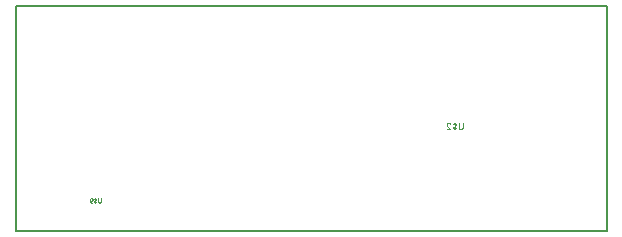
<source format=gbr>
G04 EAGLE Gerber RS-274X export*
G75*
%MOMM*%
%FSLAX34Y34*%
%LPD*%
%INSilkscreen Bottom*%
%IPPOS*%
%AMOC8*
5,1,8,0,0,1.08239X$1,22.5*%
G01*
%ADD10C,0.050800*%
%ADD11C,0.127000*%
%ADD12C,0.025400*%


D10*
X403396Y106392D02*
X403396Y102356D01*
X403394Y102279D01*
X403388Y102201D01*
X403379Y102125D01*
X403365Y102048D01*
X403348Y101973D01*
X403327Y101899D01*
X403302Y101825D01*
X403274Y101753D01*
X403242Y101683D01*
X403207Y101614D01*
X403168Y101547D01*
X403126Y101482D01*
X403081Y101419D01*
X403033Y101358D01*
X402982Y101300D01*
X402928Y101245D01*
X402871Y101192D01*
X402812Y101143D01*
X402750Y101096D01*
X402686Y101052D01*
X402620Y101012D01*
X402552Y100975D01*
X402482Y100941D01*
X402411Y100911D01*
X402338Y100885D01*
X402264Y100862D01*
X402189Y100843D01*
X402114Y100828D01*
X402037Y100816D01*
X401960Y100808D01*
X401883Y100804D01*
X401805Y100804D01*
X401728Y100808D01*
X401651Y100816D01*
X401574Y100828D01*
X401499Y100843D01*
X401424Y100862D01*
X401350Y100885D01*
X401277Y100911D01*
X401206Y100941D01*
X401136Y100975D01*
X401068Y101012D01*
X401002Y101052D01*
X400938Y101096D01*
X400876Y101143D01*
X400817Y101192D01*
X400760Y101245D01*
X400706Y101300D01*
X400655Y101358D01*
X400607Y101419D01*
X400562Y101482D01*
X400520Y101547D01*
X400481Y101614D01*
X400446Y101683D01*
X400414Y101753D01*
X400386Y101825D01*
X400361Y101899D01*
X400340Y101973D01*
X400323Y102048D01*
X400309Y102125D01*
X400300Y102201D01*
X400294Y102279D01*
X400292Y102356D01*
X400292Y106392D01*
X396540Y106392D02*
X396540Y100804D01*
X396540Y103598D02*
X397316Y104064D01*
X397367Y104097D01*
X397416Y104133D01*
X397462Y104172D01*
X397505Y104215D01*
X397546Y104259D01*
X397584Y104307D01*
X397618Y104357D01*
X397649Y104409D01*
X397677Y104463D01*
X397701Y104518D01*
X397722Y104576D01*
X397738Y104634D01*
X397751Y104693D01*
X397760Y104753D01*
X397765Y104813D01*
X397766Y104874D01*
X397763Y104935D01*
X397756Y104995D01*
X397745Y105055D01*
X397730Y105113D01*
X397712Y105171D01*
X397690Y105228D01*
X397664Y105282D01*
X397634Y105335D01*
X397601Y105386D01*
X397565Y105435D01*
X397526Y105481D01*
X397484Y105525D01*
X397439Y105566D01*
X397392Y105603D01*
X397342Y105638D01*
X397290Y105669D01*
X397236Y105697D01*
X397180Y105721D01*
X397123Y105741D01*
X397065Y105758D01*
X397006Y105771D01*
X396909Y105787D01*
X396811Y105799D01*
X396713Y105806D01*
X396614Y105810D01*
X396516Y105811D01*
X396417Y105807D01*
X396319Y105799D01*
X396221Y105787D01*
X396124Y105771D01*
X396028Y105752D01*
X395932Y105728D01*
X395837Y105701D01*
X395744Y105670D01*
X395652Y105635D01*
X395561Y105597D01*
X395472Y105555D01*
X395384Y105510D01*
X395299Y105461D01*
X396540Y103598D02*
X395764Y103132D01*
X395713Y103099D01*
X395664Y103063D01*
X395618Y103024D01*
X395575Y102981D01*
X395534Y102937D01*
X395496Y102889D01*
X395462Y102839D01*
X395431Y102787D01*
X395403Y102733D01*
X395379Y102678D01*
X395358Y102620D01*
X395342Y102562D01*
X395329Y102503D01*
X395320Y102443D01*
X395315Y102383D01*
X395314Y102322D01*
X395317Y102261D01*
X395324Y102201D01*
X395335Y102141D01*
X395350Y102083D01*
X395368Y102025D01*
X395390Y101968D01*
X395416Y101914D01*
X395446Y101861D01*
X395479Y101810D01*
X395515Y101761D01*
X395554Y101715D01*
X395596Y101671D01*
X395641Y101630D01*
X395688Y101593D01*
X395738Y101558D01*
X395790Y101527D01*
X395844Y101499D01*
X395900Y101475D01*
X395957Y101455D01*
X396015Y101438D01*
X396074Y101425D01*
X396075Y101425D02*
X396172Y101409D01*
X396270Y101397D01*
X396368Y101390D01*
X396467Y101386D01*
X396565Y101385D01*
X396664Y101389D01*
X396762Y101397D01*
X396860Y101409D01*
X396957Y101425D01*
X397053Y101444D01*
X397149Y101468D01*
X397244Y101495D01*
X397337Y101526D01*
X397429Y101561D01*
X397520Y101599D01*
X397609Y101641D01*
X397697Y101686D01*
X397782Y101735D01*
X391264Y106392D02*
X391191Y106390D01*
X391118Y106384D01*
X391045Y106375D01*
X390974Y106361D01*
X390902Y106344D01*
X390832Y106324D01*
X390763Y106299D01*
X390696Y106271D01*
X390630Y106240D01*
X390566Y106205D01*
X390503Y106167D01*
X390443Y106125D01*
X390385Y106081D01*
X390329Y106033D01*
X390276Y105983D01*
X390226Y105930D01*
X390178Y105874D01*
X390134Y105816D01*
X390092Y105756D01*
X390054Y105694D01*
X390019Y105629D01*
X389988Y105563D01*
X389960Y105496D01*
X389935Y105427D01*
X389915Y105357D01*
X389898Y105285D01*
X389884Y105214D01*
X389875Y105141D01*
X389869Y105068D01*
X389867Y104995D01*
X391264Y106392D02*
X391348Y106390D01*
X391431Y106384D01*
X391514Y106375D01*
X391596Y106361D01*
X391678Y106344D01*
X391759Y106322D01*
X391839Y106297D01*
X391917Y106269D01*
X391995Y106237D01*
X392070Y106201D01*
X392144Y106162D01*
X392216Y106119D01*
X392286Y106073D01*
X392353Y106024D01*
X392419Y105971D01*
X392481Y105916D01*
X392541Y105858D01*
X392599Y105797D01*
X392653Y105734D01*
X392705Y105668D01*
X392753Y105600D01*
X392798Y105529D01*
X392840Y105457D01*
X392878Y105382D01*
X392913Y105306D01*
X392944Y105229D01*
X392972Y105150D01*
X390334Y103909D02*
X390280Y103962D01*
X390229Y104019D01*
X390181Y104078D01*
X390136Y104139D01*
X390095Y104202D01*
X390056Y104268D01*
X390021Y104335D01*
X389989Y104404D01*
X389961Y104475D01*
X389937Y104546D01*
X389916Y104619D01*
X389899Y104693D01*
X389885Y104768D01*
X389876Y104843D01*
X389870Y104919D01*
X389868Y104995D01*
X390333Y103908D02*
X392972Y100804D01*
X389867Y100804D01*
D11*
X24800Y15000D02*
X24800Y205000D01*
X24800Y15000D02*
X525600Y15000D01*
X525600Y205000D02*
X24800Y205000D01*
X525600Y205000D02*
X525600Y15000D01*
D12*
X96893Y39661D02*
X96893Y42413D01*
X96893Y39661D02*
X96891Y39597D01*
X96885Y39533D01*
X96876Y39470D01*
X96862Y39408D01*
X96845Y39346D01*
X96824Y39286D01*
X96800Y39227D01*
X96772Y39169D01*
X96740Y39114D01*
X96706Y39060D01*
X96668Y39009D01*
X96627Y38959D01*
X96583Y38913D01*
X96537Y38869D01*
X96487Y38828D01*
X96436Y38790D01*
X96382Y38756D01*
X96327Y38724D01*
X96269Y38696D01*
X96210Y38672D01*
X96150Y38651D01*
X96088Y38634D01*
X96026Y38620D01*
X95963Y38611D01*
X95899Y38605D01*
X95835Y38603D01*
X95771Y38605D01*
X95707Y38611D01*
X95644Y38620D01*
X95582Y38634D01*
X95520Y38651D01*
X95460Y38672D01*
X95401Y38696D01*
X95343Y38724D01*
X95288Y38756D01*
X95234Y38790D01*
X95183Y38828D01*
X95133Y38869D01*
X95087Y38913D01*
X95043Y38959D01*
X95002Y39009D01*
X94964Y39060D01*
X94930Y39114D01*
X94898Y39169D01*
X94870Y39227D01*
X94846Y39286D01*
X94825Y39346D01*
X94808Y39408D01*
X94794Y39470D01*
X94785Y39533D01*
X94779Y39597D01*
X94777Y39661D01*
X94776Y39661D02*
X94776Y42413D01*
X92299Y42413D02*
X92299Y38603D01*
X92299Y40508D02*
X92828Y40826D01*
X92869Y40853D01*
X92909Y40883D01*
X92945Y40916D01*
X92979Y40952D01*
X93010Y40991D01*
X93038Y41031D01*
X93062Y41074D01*
X93084Y41119D01*
X93101Y41165D01*
X93115Y41212D01*
X93126Y41260D01*
X93132Y41309D01*
X93135Y41358D01*
X93134Y41408D01*
X93129Y41457D01*
X93120Y41505D01*
X93107Y41553D01*
X93091Y41600D01*
X93071Y41645D01*
X93048Y41688D01*
X93021Y41730D01*
X92991Y41769D01*
X92959Y41806D01*
X92923Y41840D01*
X92885Y41871D01*
X92845Y41900D01*
X92802Y41925D01*
X92758Y41946D01*
X92712Y41964D01*
X92665Y41979D01*
X92617Y41990D01*
X92616Y41990D02*
X92537Y42002D01*
X92457Y42011D01*
X92376Y42016D01*
X92296Y42017D01*
X92215Y42014D01*
X92135Y42007D01*
X92055Y41997D01*
X91975Y41982D01*
X91897Y41964D01*
X91819Y41942D01*
X91743Y41916D01*
X91668Y41887D01*
X91594Y41854D01*
X91522Y41818D01*
X91452Y41778D01*
X92299Y40508D02*
X91770Y40191D01*
X91770Y40190D02*
X91729Y40163D01*
X91690Y40133D01*
X91653Y40100D01*
X91619Y40064D01*
X91588Y40025D01*
X91560Y39985D01*
X91536Y39942D01*
X91514Y39897D01*
X91497Y39851D01*
X91483Y39804D01*
X91472Y39756D01*
X91466Y39707D01*
X91463Y39658D01*
X91464Y39608D01*
X91469Y39559D01*
X91478Y39511D01*
X91491Y39463D01*
X91507Y39416D01*
X91527Y39371D01*
X91550Y39328D01*
X91577Y39286D01*
X91607Y39247D01*
X91639Y39210D01*
X91675Y39176D01*
X91713Y39145D01*
X91753Y39116D01*
X91796Y39091D01*
X91840Y39070D01*
X91886Y39052D01*
X91933Y39037D01*
X91981Y39026D01*
X91982Y39026D02*
X92061Y39014D01*
X92141Y39005D01*
X92222Y39000D01*
X92302Y38999D01*
X92383Y39002D01*
X92463Y39009D01*
X92543Y39019D01*
X92623Y39034D01*
X92701Y39052D01*
X92779Y39074D01*
X92855Y39100D01*
X92930Y39129D01*
X93004Y39162D01*
X93076Y39198D01*
X93146Y39238D01*
X89097Y40296D02*
X87827Y40296D01*
X89097Y40296D02*
X89152Y40298D01*
X89208Y40303D01*
X89262Y40312D01*
X89316Y40325D01*
X89369Y40341D01*
X89421Y40360D01*
X89472Y40383D01*
X89521Y40409D01*
X89568Y40439D01*
X89613Y40471D01*
X89655Y40506D01*
X89696Y40544D01*
X89734Y40585D01*
X89769Y40627D01*
X89801Y40672D01*
X89831Y40720D01*
X89857Y40768D01*
X89880Y40819D01*
X89899Y40871D01*
X89915Y40924D01*
X89928Y40978D01*
X89937Y41032D01*
X89942Y41088D01*
X89944Y41143D01*
X89944Y41355D01*
X89943Y41355D02*
X89941Y41419D01*
X89935Y41483D01*
X89926Y41546D01*
X89912Y41608D01*
X89895Y41670D01*
X89874Y41730D01*
X89850Y41789D01*
X89822Y41847D01*
X89790Y41902D01*
X89756Y41956D01*
X89718Y42007D01*
X89677Y42057D01*
X89633Y42103D01*
X89587Y42147D01*
X89537Y42188D01*
X89486Y42226D01*
X89432Y42260D01*
X89377Y42292D01*
X89319Y42320D01*
X89260Y42344D01*
X89200Y42365D01*
X89138Y42382D01*
X89076Y42396D01*
X89013Y42405D01*
X88949Y42411D01*
X88885Y42413D01*
X88821Y42411D01*
X88757Y42405D01*
X88694Y42396D01*
X88632Y42382D01*
X88570Y42365D01*
X88510Y42344D01*
X88451Y42320D01*
X88393Y42292D01*
X88338Y42260D01*
X88284Y42226D01*
X88233Y42188D01*
X88183Y42147D01*
X88137Y42103D01*
X88093Y42057D01*
X88052Y42007D01*
X88014Y41956D01*
X87980Y41902D01*
X87948Y41847D01*
X87920Y41789D01*
X87896Y41730D01*
X87875Y41670D01*
X87858Y41608D01*
X87844Y41546D01*
X87835Y41483D01*
X87829Y41419D01*
X87827Y41355D01*
X87827Y40296D01*
X87829Y40215D01*
X87835Y40135D01*
X87844Y40055D01*
X87858Y39976D01*
X87875Y39897D01*
X87896Y39819D01*
X87920Y39742D01*
X87948Y39667D01*
X87980Y39593D01*
X88015Y39520D01*
X88054Y39449D01*
X88096Y39381D01*
X88141Y39314D01*
X88189Y39249D01*
X88241Y39187D01*
X88295Y39128D01*
X88352Y39071D01*
X88411Y39017D01*
X88473Y38965D01*
X88538Y38917D01*
X88605Y38872D01*
X88674Y38830D01*
X88744Y38791D01*
X88817Y38756D01*
X88891Y38724D01*
X88966Y38696D01*
X89043Y38672D01*
X89121Y38651D01*
X89200Y38634D01*
X89279Y38620D01*
X89359Y38611D01*
X89439Y38605D01*
X89520Y38603D01*
M02*

</source>
